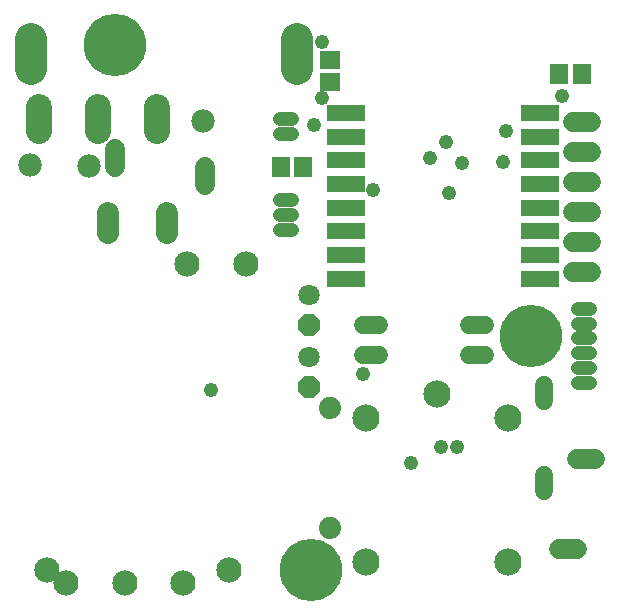
<source format=gts>
G75*
%MOIN*%
%OFA0B0*%
%FSLAX25Y25*%
%IPPOS*%
%LPD*%
%AMOC8*
5,1,8,0,0,1.08239X$1,22.5*
%
%ADD10C,0.06000*%
%ADD11C,0.09068*%
%ADD12C,0.04769*%
%ADD13C,0.10800*%
%ADD14C,0.06800*%
%ADD15C,0.08400*%
%ADD16OC8,0.07100*%
%ADD17C,0.07100*%
%ADD18C,0.07296*%
%ADD19C,0.07400*%
%ADD20R,0.12611X0.05524*%
%ADD21R,0.05918X0.07099*%
%ADD22R,0.07099X0.05918*%
%ADD23C,0.08600*%
%ADD24C,0.04800*%
%ADD25C,0.20800*%
%ADD26C,0.07800*%
D10*
X0119513Y0084208D02*
X0124713Y0084208D01*
X0124713Y0094208D02*
X0119513Y0094208D01*
X0154713Y0094208D02*
X0159913Y0094208D01*
X0159913Y0084208D02*
X0154713Y0084208D01*
X0179717Y0074285D02*
X0179717Y0069085D01*
X0179717Y0044285D02*
X0179717Y0039085D01*
D11*
X0167764Y0015201D03*
X0120520Y0015201D03*
X0120520Y0063232D03*
X0144142Y0071106D03*
X0167764Y0063232D03*
D12*
X0190969Y0075059D02*
X0194937Y0075059D01*
X0194937Y0079980D02*
X0190969Y0079980D01*
X0190969Y0084902D02*
X0194937Y0084902D01*
X0194937Y0089823D02*
X0190969Y0089823D01*
X0190969Y0094744D02*
X0194937Y0094744D01*
X0194937Y0099665D02*
X0190969Y0099665D01*
X0095583Y0125925D02*
X0091614Y0125925D01*
X0091614Y0130846D02*
X0095583Y0130846D01*
X0095583Y0135768D02*
X0091614Y0135768D01*
X0091657Y0158039D02*
X0095626Y0158039D01*
X0095626Y0162961D02*
X0091657Y0162961D01*
D13*
X0097300Y0179638D02*
X0097300Y0189638D01*
X0008700Y0189638D02*
X0008700Y0179638D01*
D14*
X0036591Y0152776D02*
X0036591Y0146776D01*
X0066591Y0146776D02*
X0066591Y0140776D01*
X0189335Y0141937D02*
X0195335Y0141937D01*
X0195335Y0131937D02*
X0189335Y0131937D01*
X0189335Y0121937D02*
X0195335Y0121937D01*
X0195335Y0111937D02*
X0189335Y0111937D01*
X0189335Y0151937D02*
X0195335Y0151937D01*
X0195335Y0161937D02*
X0189335Y0161937D01*
X0190799Y0049630D02*
X0196799Y0049630D01*
X0190799Y0019630D02*
X0184799Y0019630D01*
D15*
X0013933Y0012480D03*
X0020287Y0008138D03*
X0039972Y0008138D03*
X0059264Y0008138D03*
X0074563Y0012480D03*
X0080524Y0114437D03*
X0060839Y0114437D03*
D16*
X0101228Y0094370D03*
X0101335Y0073543D03*
D17*
X0101335Y0083543D03*
X0101228Y0104370D03*
D18*
X0054091Y0124980D02*
X0054091Y0131476D01*
X0034406Y0131476D02*
X0034406Y0124980D01*
D19*
X0108465Y0066736D03*
X0108465Y0026736D03*
D20*
X0113764Y0109740D03*
X0113764Y0117614D03*
X0113764Y0125488D03*
X0113764Y0133362D03*
X0113764Y0141236D03*
X0113764Y0149110D03*
X0113764Y0156984D03*
X0113764Y0164858D03*
X0178331Y0164858D03*
X0178331Y0156984D03*
X0178331Y0149110D03*
X0178331Y0141236D03*
X0178331Y0133362D03*
X0178331Y0125488D03*
X0178331Y0117614D03*
X0178331Y0109740D03*
D21*
X0184787Y0177961D03*
X0192268Y0177961D03*
X0099496Y0147055D03*
X0092016Y0147055D03*
D22*
X0108264Y0175232D03*
X0108264Y0182713D03*
D23*
X0050818Y0166817D02*
X0050818Y0159017D01*
X0031118Y0159017D02*
X0031118Y0166817D01*
X0011418Y0166817D02*
X0011418Y0159017D01*
D24*
X0068865Y0072600D03*
X0119265Y0078000D03*
X0145365Y0053700D03*
X0150765Y0053700D03*
X0135465Y0048300D03*
X0148065Y0138300D03*
X0152256Y0148307D03*
X0147165Y0155400D03*
X0141765Y0150000D03*
X0122865Y0139200D03*
X0103065Y0160800D03*
X0105765Y0169800D03*
X0105765Y0188700D03*
X0166965Y0159000D03*
X0166020Y0148639D03*
X0185865Y0170700D03*
D25*
X0175331Y0090594D03*
X0101941Y0012551D03*
X0036866Y0187445D03*
D26*
X0066031Y0162413D03*
X0028156Y0147187D03*
X0008348Y0147457D03*
M02*

</source>
